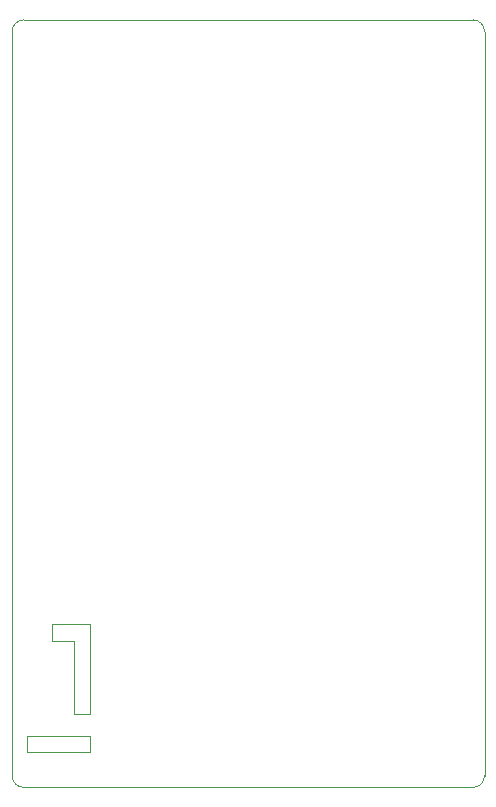
<source format=gbr>
%TF.GenerationSoftware,KiCad,Pcbnew,(5.1.6)-1*%
%TF.CreationDate,2020-11-13T23:46:34+08:00*%
%TF.ProjectId,matrix-clock,6d617472-6978-42d6-936c-6f636b2e6b69,rev?*%
%TF.SameCoordinates,Original*%
%TF.FileFunction,Profile,NP*%
%FSLAX46Y46*%
G04 Gerber Fmt 4.6, Leading zero omitted, Abs format (unit mm)*
G04 Created by KiCad (PCBNEW (5.1.6)-1) date 2020-11-13 23:46:34*
%MOMM*%
%LPD*%
G01*
G04 APERTURE LIST*
%TA.AperFunction,Profile*%
%ADD10C,0.050000*%
%TD*%
G04 APERTURE END LIST*
D10*
X131000000Y-66000000D02*
G75*
G02*
X132000000Y-65000000I1000000J0D01*
G01*
X170000000Y-65000000D02*
G75*
G02*
X171000000Y-66000000I0J-1000000D01*
G01*
X171000000Y-129000000D02*
G75*
G02*
X170000000Y-130000000I-1000000J0D01*
G01*
X132000000Y-130000000D02*
G75*
G02*
X131000000Y-129000000I0J1000000D01*
G01*
X134400000Y-117600000D02*
X136200000Y-117600000D01*
X134400000Y-116200000D02*
X134400000Y-117600000D01*
X137600000Y-116200000D02*
X134400000Y-116200000D01*
X137600000Y-123800000D02*
X136200000Y-123800000D01*
X137600000Y-116200000D02*
X137600000Y-123800000D01*
X136200000Y-123800000D02*
X136200000Y-117600000D01*
X137600000Y-125600000D02*
X132300000Y-125600000D01*
X137600000Y-127000000D02*
X137600000Y-125600000D01*
X132300000Y-127000000D02*
X137600000Y-127000000D01*
X132300000Y-125600000D02*
X132300000Y-127000000D01*
X132000000Y-130000000D02*
X170000000Y-130000000D01*
X132000000Y-65000000D02*
X170000000Y-65000000D01*
X131000000Y-129000000D02*
X131000000Y-66000000D01*
X171000000Y-66000000D02*
X171000000Y-129000000D01*
M02*

</source>
